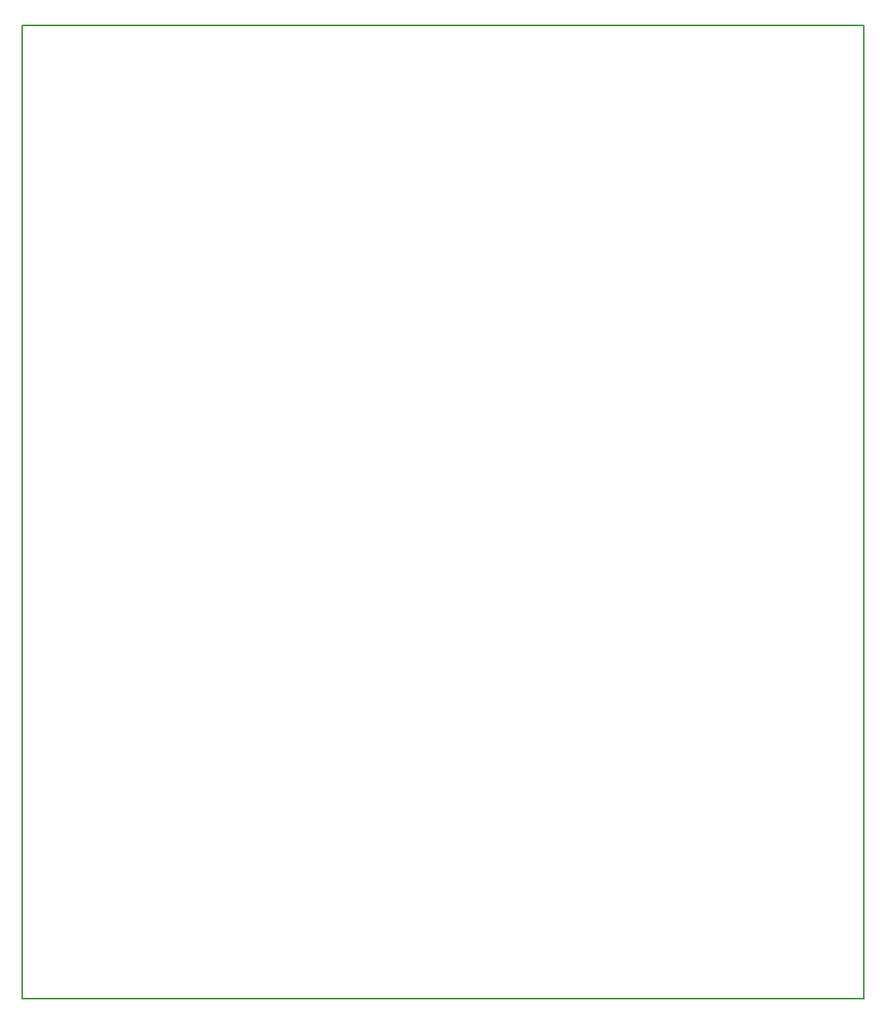
<source format=gm1>
G04 #@! TF.GenerationSoftware,KiCad,Pcbnew,7.0.9-7.0.9~ubuntu22.04.1*
G04 #@! TF.CreationDate,2023-12-07T11:19:29+01:00*
G04 #@! TF.ProjectId,baseboard,62617365-626f-4617-9264-2e6b69636164,rev?*
G04 #@! TF.SameCoordinates,Original*
G04 #@! TF.FileFunction,Profile,NP*
%FSLAX46Y46*%
G04 Gerber Fmt 4.6, Leading zero omitted, Abs format (unit mm)*
G04 Created by KiCad (PCBNEW 7.0.9-7.0.9~ubuntu22.04.1) date 2023-12-07 11:19:29*
%MOMM*%
%LPD*%
G01*
G04 APERTURE LIST*
G04 #@! TA.AperFunction,Profile*
%ADD10C,0.200000*%
G04 #@! TD*
G04 APERTURE END LIST*
D10*
X25000000Y-53640000D02*
X114890000Y-53640000D01*
X114890000Y-157480000D01*
X25000000Y-157480000D01*
X25000000Y-53640000D01*
M02*

</source>
